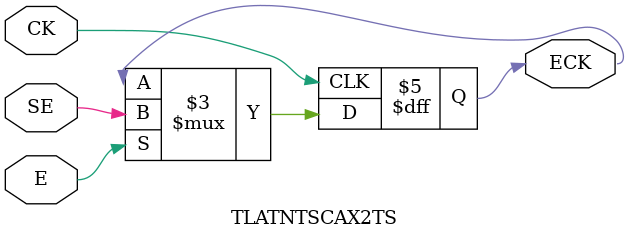
<source format=v>

module clock_gate (
    input clk,
    input en,
    input te,
    output reg enclk
);

    TLATNTSCAX2TS latch (
        .E(en),
        .SE(te),
        .CK(clk),
        .ECK(enclk)
    );

endmodule
module TLATNTSCAX2TS (
    input E,
    input SE,
    input CK,
    output reg ECK
);

always @(posedge CK) begin
    if (E) begin
        ECK <= SE;
    end else begin
        ECK <= ECK; // Hold the previous value
    end
end

endmodule
</source>
